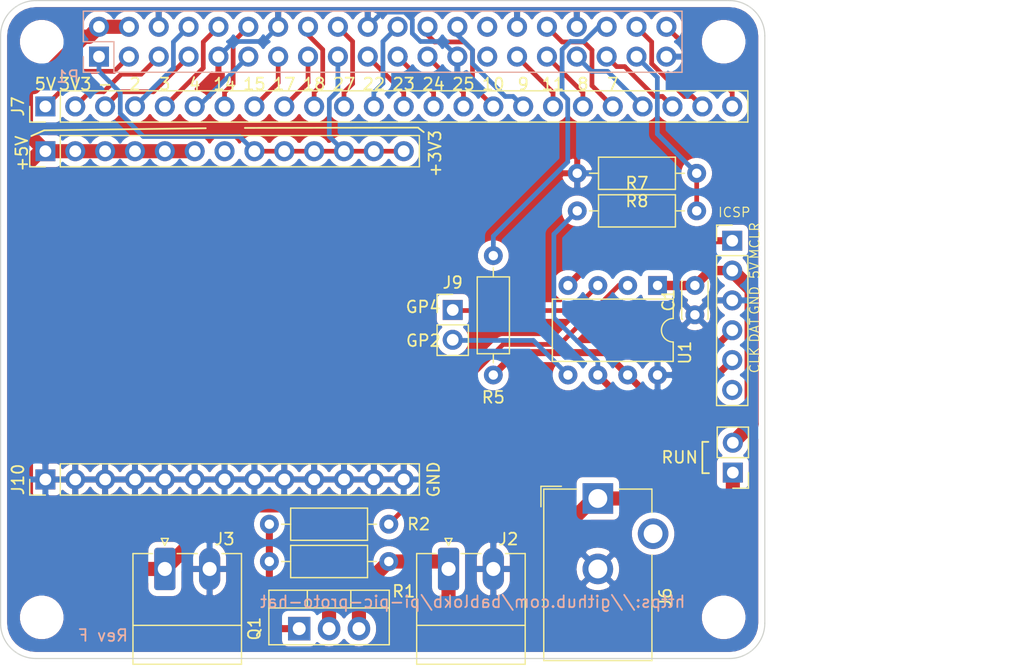
<source format=kicad_pcb>
(kicad_pcb (version 20171130) (host pcbnew 5.1.5-5.1.5)
  (title_block (title pipicproto) (date "15 nov 2012") (company "Bernhard Bablok, Lothar Hiller"))
  (layers (0 F.Cu signal) (31 B.Cu signal) (34 B.Paste user) (35 F.Paste user) (36 B.SilkS user) (37 F.SilkS user) (38 B.Mask user) (39 F.Mask user) (44 Edge.Cuts user))
  (net 0 "")
  (net 1 +3V3)
  (net 2 +5V)
  (net 3 GND)
  (net 4 /ID_SD)
  (net 5 /ID_SC)
  (net 6 /GPIO5)
  (net 7 /GPIO6)
  (net 8 /GPIO26)
  (net 9 "/GPIO2(SDA1)")
  (net 10 "/GPIO3(SCL1)")
  (net 11 "/GPIO4(GCLK)")
  (net 12 "/GPIO14(TXD0)")
  (net 13 "/GPIO15(RXD0)")
  (net 14 "/GPIO17(GEN0)")
  (net 15 "/GPIO27(GEN2)")
  (net 16 "/GPIO22(GEN3)")
  (net 17 "/GPIO23(GEN4)")
  (net 18 "/GPIO24(GEN5)")
  (net 19 "/GPIO25(GEN6)")
  (net 20 "/GPIO18(GEN1)(PWM0)")
  (net 21 "/GPIO10(SPI0_MOSI)")
  (net 22 "/GPIO9(SPI0_MISO)")
  (net 23 "/GPIO11(SPI0_SCK)")
  (net 24 "/GPIO12(PWM0)")
  (net 25 "/GPIO13(PWM1)")
  (net 26 "/GPIO19(SPI1_MISO)")
  (net 27 /GPIO16)
  (net 28 "/GPIO20(SPI1_MOSI)")
  (net 29 "/GPIO21(SPI1_SCK)")
  (net 30 +5VP)
  (net 31 "Net-(J6-Pad3)")
  (net 32 "Net-(J8-Pad6)")
  (net 33 /CLK)
  (net 34 /DAT)
  (net 35 /MCLR)
  (net 36 "Net-(Q1-Pad1)")
  (net 37 "Net-(J22-Pad7)")
  (net 38 "Net-(R2-Pad2)")
  (net 39 "/GPIO8(SPI0_CE_0)")
  (net 40 "/GPIO7(SPI0_CE_1)")
  (net 41 "Net-(J9-Pad2)")
  (net 42 "Net-(J9-Pad1)")
  (net 43 +5P)
  (module Connector_PinHeader_2.54mm:PinHeader_1x24_P2.54mm_Vertical (layer F.Cu) (at 203.81 103.01 90)
    (fp_text reference J7 (at 0 -2.33 90) (layer F.SilkS))
    (fp_text value Conn_01x24_Male)
    (fp_line (start -1.33 -1.33) (end 0 -1.33) (layer F.SilkS) (width 0.12))
    (fp_line (start -1.33 0) (end -1.33 -1.33) (layer F.SilkS) (width 0.12))
    (fp_line (start -1.33 1.27) (end 1.33 1.27) (layer F.SilkS) (width 0.12))
    (fp_line (start 1.33 1.27) (end 1.33 59.75) (layer F.SilkS) (width 0.12))
    (fp_line (start -1.33 1.27) (end -1.33 59.75) (layer F.SilkS) (width 0.12))
    (fp_line (start -1.33 59.75) (end 1.33 59.75) (layer F.SilkS) (width 0.12))
    (pad 24 thru_hole oval (at 0 58.42 90) (size 1.7 1.7) (drill 1) (layers *.Cu *.Mask) (net 29 "/GPIO21(SPI1_SCK)"))
    (pad 23 thru_hole oval (at 0 55.88 90) (size 1.7 1.7) (drill 1) (layers *.Cu *.Mask) (net 28 "/GPIO20(SPI1_MOSI)"))
    (pad 22 thru_hole oval (at 0 53.34 90) (size 1.7 1.7) (drill 1) (layers *.Cu *.Mask) (net 26 "/GPIO19(SPI1_MISO)"))
    (pad 21 thru_hole oval (at 0 50.8 90) (size 1.7 1.7) (drill 1) (layers *.Cu *.Mask) (net 25 "/GPIO13(PWM1)"))
    (pad 20 thru_hole oval (at 0 48.26 90) (size 1.7 1.7) (drill 1) (layers *.Cu *.Mask) (net 24 "/GPIO12(PWM0)"))
    (pad 19 thru_hole oval (at 0 45.72 90) (size 1.7 1.7) (drill 1) (layers *.Cu *.Mask) (net 7 /GPIO6))
    (pad 18 thru_hole oval (at 0 43.18 90) (size 1.7 1.7) (drill 1) (layers *.Cu *.Mask) (net 6 /GPIO5))
    (pad 17 thru_hole oval (at 0 40.64 90) (size 1.7 1.7) (drill 1) (layers *.Cu *.Mask) (net 40 "/GPIO7(SPI0_CE_1)"))
    (pad 16 thru_hole oval (at 0 38.1 90) (size 1.7 1.7) (drill 1) (layers *.Cu *.Mask) (net 39 "/GPIO8(SPI0_CE_0)"))
    (pad 15 thru_hole oval (at 0 35.56 90) (size 1.7 1.7) (drill 1) (layers *.Cu *.Mask) (net 23 "/GPIO11(SPI0_SCK)"))
    (pad 14 thru_hole oval (at 0 33.02 90) (size 1.7 1.7) (drill 1) (layers *.Cu *.Mask) (net 22 "/GPIO9(SPI0_MISO)"))
    (pad 13 thru_hole oval (at 0 30.48 90) (size 1.7 1.7) (drill 1) (layers *.Cu *.Mask) (net 21 "/GPIO10(SPI0_MOSI)"))
    (pad 12 thru_hole oval (at 0 27.94 90) (size 1.7 1.7) (drill 1) (layers *.Cu *.Mask) (net 19 "/GPIO25(GEN6)"))
    (pad 11 thru_hole oval (at 0 25.4 90) (size 1.7 1.7) (drill 1) (layers *.Cu *.Mask) (net 18 "/GPIO24(GEN5)"))
    (pad 10 thru_hole oval (at 0 22.86 90) (size 1.7 1.7) (drill 1) (layers *.Cu *.Mask) (net 17 "/GPIO23(GEN4)"))
    (pad 9 thru_hole oval (at 0 20.32 90) (size 1.7 1.7) (drill 1) (layers *.Cu *.Mask) (net 16 "/GPIO22(GEN3)"))
    (pad 8 thru_hole oval (at 0 17.78 90) (size 1.7 1.7) (drill 1) (layers *.Cu *.Mask) (net 15 "/GPIO27(GEN2)"))
    (pad 7 thru_hole oval (at 0 15.24 90) (size 1.7 1.7) (drill 1) (layers *.Cu *.Mask) (net 20 "/GPIO18(GEN1)(PWM0)"))
    (pad 6 thru_hole oval (at 0 12.7 90) (size 1.7 1.7) (drill 1) (layers *.Cu *.Mask) (net 14 "/GPIO17(GEN0)"))
    (pad 5 thru_hole oval (at 0 10.16 90) (size 1.7 1.7) (drill 1) (layers *.Cu *.Mask) (net 13 "/GPIO15(RXD0)"))
    (pad 4 thru_hole oval (at 0 7.62 90) (size 1.7 1.7) (drill 1) (layers *.Cu *.Mask) (net 12 "/GPIO14(TXD0)"))
    (pad 3 thru_hole oval (at 0 5.08 90) (size 1.7 1.7) (drill 1) (layers *.Cu *.Mask) (net 11 "/GPIO4(GCLK)"))
    (pad 2 thru_hole oval (at 0 2.54 90) (size 1.7 1.7) (drill 1) (layers *.Cu *.Mask) (net 10 "/GPIO3(SCL1)"))
    (pad 1 thru_hole rect (at 0 0 90) (size 1.7 1.7) (drill 1) (layers *.Cu *.Mask) (net 9 "/GPIO2(SDA1)"))
  )
  (module Resistor_THT:R_Axial_DIN0207_L6.3mm_D2.5mm_P10.16mm_Horizontal (layer F.Cu) (at 259.2074 108.6996 180)
    (fp_text reference R8 (at 5.08 -2.37) (layer F.SilkS))
    (fp_text value 12k)
    (fp_line (start 9.12 0) (end 8.35 0) (layer F.SilkS) (width 0.12))
    (fp_line (start 1.04 0) (end 1.81 0) (layer F.SilkS) (width 0.12))
    (fp_line (start 8.35 -1.37) (end 1.81 -1.37) (layer F.SilkS) (width 0.12))
    (fp_line (start 8.35 1.37) (end 8.35 -1.37) (layer F.SilkS) (width 0.12))
    (fp_line (start 1.81 1.37) (end 8.35 1.37) (layer F.SilkS) (width 0.12))
    (fp_line (start 1.81 -1.37) (end 1.81 1.37) (layer F.SilkS) (width 0.12))
    (pad 2 thru_hole oval (at 10.16 0 180) (size 1.6 1.6) (drill 0.8) (layers *.Cu *.Mask) (net 3 GND))
    (pad 1 thru_hole circle (at 0 0 180) (size 1.6 1.6) (drill 0.8) (layers *.Cu *.Mask) (net 8 /GPIO26))
  )
  (module Resistor_THT:R_Axial_DIN0207_L6.3mm_D2.5mm_P10.16mm_Horizontal (layer F.Cu) (at 249.0474 111.9)
    (fp_text reference R7 (at 5.08 -2.37) (layer F.SilkS))
    (fp_text value 6.2k)
    (fp_line (start 9.12 0) (end 8.35 0) (layer F.SilkS) (width 0.12))
    (fp_line (start 1.04 0) (end 1.81 0) (layer F.SilkS) (width 0.12))
    (fp_line (start 8.35 -1.37) (end 1.81 -1.37) (layer F.SilkS) (width 0.12))
    (fp_line (start 8.35 1.37) (end 8.35 -1.37) (layer F.SilkS) (width 0.12))
    (fp_line (start 1.81 1.37) (end 8.35 1.37) (layer F.SilkS) (width 0.12))
    (fp_line (start 1.81 -1.37) (end 1.81 1.37) (layer F.SilkS) (width 0.12))
    (pad 2 thru_hole oval (at 10.16 0) (size 1.6 1.6) (drill 0.8) (layers *.Cu *.Mask) (net 8 /GPIO26))
    (pad 1 thru_hole circle (at 0 0) (size 1.6 1.6) (drill 0.8) (layers *.Cu *.Mask) (net 33 /CLK))
  )
  (module Connector_PinHeader_2.54mm:PinHeader_1x02_P2.54mm_Vertical (layer F.Cu) (at 238.4556 120.3328)
    (fp_text reference J9 (at 0 -2.33) (layer F.SilkS))
    (fp_text value Conn_01x02_Male)
    (fp_line (start -1.33 -1.33) (end 0 -1.33) (layer F.SilkS) (width 0.12))
    (fp_line (start -1.33 0) (end -1.33 -1.33) (layer F.SilkS) (width 0.12))
    (fp_line (start -1.33 1.27) (end 1.33 1.27) (layer F.SilkS) (width 0.12))
    (fp_line (start 1.33 1.27) (end 1.33 3.87) (layer F.SilkS) (width 0.12))
    (fp_line (start -1.33 1.27) (end -1.33 3.87) (layer F.SilkS) (width 0.12))
    (fp_line (start -1.33 3.87) (end 1.33 3.87) (layer F.SilkS) (width 0.12))
    (pad 2 thru_hole oval (at 0 2.54) (size 1.7 1.7) (drill 1) (layers *.Cu *.Mask) (net 41 "Net-(J9-Pad2)"))
    (pad 1 thru_hole rect (at 0 0) (size 1.7 1.7) (drill 1) (layers *.Cu *.Mask) (net 42 "Net-(J9-Pad1)"))
  )
  (module Capacitor_THT:C_Disc_D3.0mm_W2.0mm_P2.50mm (layer F.Cu) (at 259.055 120.75 90)
    (fp_text reference C1 (at 1.25 -2.25 90) (layer F.SilkS))
    (fp_text value 100n)
    (fp_line (start 2.87 1.055) (end 2.87 1.12) (layer F.SilkS) (width 0.12))
    (fp_line (start 2.87 -1.12) (end 2.87 -1.055) (layer F.SilkS) (width 0.12))
    (fp_line (start -0.37 1.055) (end -0.37 1.12) (layer F.SilkS) (width 0.12))
    (fp_line (start -0.37 -1.12) (end -0.37 -1.055) (layer F.SilkS) (width 0.12))
    (fp_line (start -0.37 1.12) (end 2.87 1.12) (layer F.SilkS) (width 0.12))
    (fp_line (start -0.37 -1.12) (end 2.87 -1.12) (layer F.SilkS) (width 0.12))
    (pad 2 thru_hole circle (at 2.5 0 90) (size 1.6 1.6) (drill 0.8) (layers *.Cu *.Mask) (net 30 +5VP))
    (pad 1 thru_hole circle (at 0 0 90) (size 1.6 1.6) (drill 0.8) (layers *.Cu *.Mask) (net 3 GND))
  )
  (module Connector_PinSocket_2.54mm:PinSocket_2x20_P2.54mm_Vertical (layer B.Cu) (at 208.37 98.77 270)
    (fp_text reference P1 (at 1.7 2.655) (layer B.SilkS) (effects (justify mirror)))
    (fp_text value Conn_02x20_Odd_Even)
    (fp_line (start -3.87 1.33) (end -1.27 1.33) (layer B.SilkS) (width 0.12))
    (fp_line (start -3.87 1.33) (end -3.87 -49.59) (layer B.SilkS) (width 0.12))
    (fp_line (start -3.87 -49.59) (end 1.33 -49.59) (layer B.SilkS) (width 0.12))
    (fp_line (start 1.33 -1.27) (end 1.33 -49.59) (layer B.SilkS) (width 0.12))
    (fp_line (start -1.27 -1.27) (end 1.33 -1.27) (layer B.SilkS) (width 0.12))
    (fp_line (start -1.27 1.33) (end -1.27 -1.27) (layer B.SilkS) (width 0.12))
    (fp_line (start 1.33 1.33) (end 1.33 0) (layer B.SilkS) (width 0.12))
    (fp_line (start 0 1.33) (end 1.33 1.33) (layer B.SilkS) (width 0.12))
    (pad 1 thru_hole rect (at 0 0 270) (size 1.7 1.7) (drill 1) (layers *.Cu *.Mask) (net 1 +3V3))
    (pad 2 thru_hole oval (at -2.54 0 270) (size 1.7 1.7) (drill 1) (layers *.Cu *.Mask) (net 2 +5V))
    (pad 3 thru_hole oval (at 0 -2.54 270) (size 1.7 1.7) (drill 1) (layers *.Cu *.Mask) (net 9 "/GPIO2(SDA1)"))
    (pad 4 thru_hole oval (at -2.54 -2.54 270) (size 1.7 1.7) (drill 1) (layers *.Cu *.Mask) (net 2 +5V))
    (pad 5 thru_hole oval (at 0 -5.08 270) (size 1.7 1.7) (drill 1) (layers *.Cu *.Mask) (net 10 "/GPIO3(SCL1)"))
    (pad 6 thru_hole oval (at -2.54 -5.08 270) (size 1.7 1.7) (drill 1) (layers *.Cu *.Mask) (net 3 GND))
    (pad 7 thru_hole oval (at 0 -7.62 270) (size 1.7 1.7) (drill 1) (layers *.Cu *.Mask) (net 11 "/GPIO4(GCLK)"))
    (pad 8 thru_hole oval (at -2.54 -7.62 270) (size 1.7 1.7) (drill 1) (layers *.Cu *.Mask) (net 12 "/GPIO14(TXD0)"))
    (pad 9 thru_hole oval (at 0 -10.16 270) (size 1.7 1.7) (drill 1) (layers *.Cu *.Mask) (net 3 GND))
    (pad 10 thru_hole oval (at -2.54 -10.16 270) (size 1.7 1.7) (drill 1) (layers *.Cu *.Mask) (net 13 "/GPIO15(RXD0)"))
    (pad 11 thru_hole oval (at 0 -12.7 270) (size 1.7 1.7) (drill 1) (layers *.Cu *.Mask) (net 14 "/GPIO17(GEN0)"))
    (pad 12 thru_hole oval (at -2.54 -12.7 270) (size 1.7 1.7) (drill 1) (layers *.Cu *.Mask) (net 20 "/GPIO18(GEN1)(PWM0)"))
    (pad 13 thru_hole oval (at 0 -15.24 270) (size 1.7 1.7) (drill 1) (layers *.Cu *.Mask) (net 15 "/GPIO27(GEN2)"))
    (pad 14 thru_hole oval (at -2.54 -15.24 270) (size 1.7 1.7) (drill 1) (layers *.Cu *.Mask) (net 3 GND))
    (pad 15 thru_hole oval (at 0 -17.78 270) (size 1.7 1.7) (drill 1) (layers *.Cu *.Mask) (net 16 "/GPIO22(GEN3)"))
    (pad 16 thru_hole oval (at -2.54 -17.78 270) (size 1.7 1.7) (drill 1) (layers *.Cu *.Mask) (net 17 "/GPIO23(GEN4)"))
    (pad 17 thru_hole oval (at 0 -20.32 270) (size 1.7 1.7) (drill 1) (layers *.Cu *.Mask) (net 1 +3V3))
    (pad 18 thru_hole oval (at -2.54 -20.32 270) (size 1.7 1.7) (drill 1) (layers *.Cu *.Mask) (net 18 "/GPIO24(GEN5)"))
    (pad 19 thru_hole oval (at 0 -22.86 270) (size 1.7 1.7) (drill 1) (layers *.Cu *.Mask) (net 21 "/GPIO10(SPI0_MOSI)"))
    (pad 20 thru_hole oval (at -2.54 -22.86 270) (size 1.7 1.7) (drill 1) (layers *.Cu *.Mask) (net 3 GND))
    (pad 21 thru_hole oval (at 0 -25.4 270) (size 1.7 1.7) (drill 1) (layers *.Cu *.Mask) (net 22 "/GPIO9(SPI0_MISO)"))
    (pad 22 thru_hole oval (at -2.54 -25.4 270) (size 1.7 1.7) (drill 1) (layers *.Cu *.Mask) (net 19 "/GPIO25(GEN6)"))
    (pad 23 thru_hole oval (at 0 -27.94 270) (size 1.7 1.7) (drill 1) (layers *.Cu *.Mask) (net 23 "/GPIO11(SPI0_SCK)"))
    (pad 24 thru_hole oval (at -2.54 -27.94 270) (size 1.7 1.7) (drill 1) (layers *.Cu *.Mask) (net 39 "/GPIO8(SPI0_CE_0)"))
    (pad 25 thru_hole oval (at 0 -30.48 270) (size 1.7 1.7) (drill 1) (layers *.Cu *.Mask) (net 3 GND))
    (pad 26 thru_hole oval (at -2.54 -30.48 270) (size 1.7 1.7) (drill 1) (layers *.Cu *.Mask) (net 40 "/GPIO7(SPI0_CE_1)"))
    (pad 27 thru_hole oval (at 0 -33.02 270) (size 1.7 1.7) (drill 1) (layers *.Cu *.Mask) (net 4 /ID_SD))
    (pad 28 thru_hole oval (at -2.54 -33.02 270) (size 1.7 1.7) (drill 1) (layers *.Cu *.Mask) (net 5 /ID_SC))
    (pad 29 thru_hole oval (at 0 -35.56 270) (size 1.7 1.7) (drill 1) (layers *.Cu *.Mask) (net 6 /GPIO5))
    (pad 30 thru_hole oval (at -2.54 -35.56 270) (size 1.7 1.7) (drill 1) (layers *.Cu *.Mask) (net 3 GND))
    (pad 31 thru_hole oval (at 0 -38.1 270) (size 1.7 1.7) (drill 1) (layers *.Cu *.Mask) (net 7 /GPIO6))
    (pad 32 thru_hole oval (at -2.54 -38.1 270) (size 1.7 1.7) (drill 1) (layers *.Cu *.Mask) (net 24 "/GPIO12(PWM0)"))
    (pad 33 thru_hole oval (at 0 -40.64 270) (size 1.7 1.7) (drill 1) (layers *.Cu *.Mask) (net 25 "/GPIO13(PWM1)"))
    (pad 34 thru_hole oval (at -2.54 -40.64 270) (size 1.7 1.7) (drill 1) (layers *.Cu *.Mask) (net 3 GND))
    (pad 35 thru_hole oval (at 0 -43.18 270) (size 1.7 1.7) (drill 1) (layers *.Cu *.Mask) (net 26 "/GPIO19(SPI1_MISO)"))
    (pad 36 thru_hole oval (at -2.54 -43.18 270) (size 1.7 1.7) (drill 1) (layers *.Cu *.Mask) (net 27 /GPIO16))
    (pad 37 thru_hole oval (at 0 -45.72 270) (size 1.7 1.7) (drill 1) (layers *.Cu *.Mask) (net 8 /GPIO26))
    (pad 38 thru_hole oval (at -2.54 -45.72 270) (size 1.7 1.7) (drill 1) (layers *.Cu *.Mask) (net 28 "/GPIO20(SPI1_MOSI)"))
    (pad 39 thru_hole oval (at 0 -48.26 270) (size 1.7 1.7) (drill 1) (layers *.Cu *.Mask) (net 3 GND))
    (pad 40 thru_hole oval (at -2.54 -48.26 270) (size 1.7 1.7) (drill 1) (layers *.Cu *.Mask) (net 29 "/GPIO21(SPI1_SCK)"))
  )
  (module MountingHole:MountingHole_2.7mm_M2.5 (layer F.Cu) (at 261.5 146.5)
    (fp_text reference MK4 hide)
    (fp_text value M2.5)
    (pad 1 np_thru_hole circle (at 0 0) (size 2.7 2.7) (drill 2.7) (layers *.Cu *.Mask))
  )
  (module MountingHole:MountingHole_2.7mm_M2.5 (layer F.Cu) (at 203.5 146.5)
    (fp_text reference MK2 hide)
    (fp_text value M2.5)
    (pad 1 np_thru_hole circle (at 0 0) (size 2.7 2.7) (drill 2.7) (layers *.Cu *.Mask))
  )
  (module MountingHole:MountingHole_2.7mm_M2.5 (layer F.Cu) (at 261.5 97.5 180)
    (fp_text reference MK3 hide)
    (fp_text value M2.5)
    (pad 1 np_thru_hole circle (at 0 0 180) (size 2.7 2.7) (drill 2.7) (layers *.Cu *.Mask))
  )
  (module MountingHole:MountingHole_2.7mm_M2.5 (layer F.Cu) (at 203.5 97.5 180)
    (fp_text reference MK1 hide)
    (fp_text value M2.5)
    (pad 1 np_thru_hole circle (at 0 0 180) (size 2.7 2.7) (drill 2.7) (layers *.Cu *.Mask))
  )
  (module Connector_PinHeader_2.54mm:PinHeader_1x02_P2.54mm_Vertical (layer F.Cu) (at 262.2808 134.1758 180)
    (fp_text reference J1 hide)
    (fp_text value RUN/~PGM~)
    (fp_line (start -1.33 3.87) (end 1.33 3.87) (layer F.SilkS) (width 0.12))
    (fp_line (start -1.33 1.27) (end -1.33 3.87) (layer F.SilkS) (width 0.12))
    (fp_line (start 1.33 1.27) (end 1.33 3.87) (layer F.SilkS) (width 0.12))
    (fp_line (start -1.33 1.27) (end 1.33 1.27) (layer F.SilkS) (width 0.12))
    (fp_line (start -1.33 0) (end -1.33 -1.33) (layer F.SilkS) (width 0.12))
    (fp_line (start -1.33 -1.33) (end 0 -1.33) (layer F.SilkS) (width 0.12))
    (pad 1 thru_hole rect (at 0 0 180) (size 1.7 1.7) (drill 1) (layers *.Cu *.Mask) (net 43 +5P))
    (pad 2 thru_hole oval (at 0 2.54 180) (size 1.7 1.7) (drill 1) (layers *.Cu *.Mask) (net 30 +5VP))
  )
  (module Connector_Phoenix_MC:PhoenixContact_MC_1,5_2-G-3.81_1x02_P3.81mm_Horizontal (layer F.Cu) (at 238.1 142.38)
    (fp_text reference J2 (at 5.08 -2.54) (layer F.SilkS))
    (fp_text value Conn_01x02_Male)
    (fp_line (start -0.3 -2.6) (end 0.3 -2.6) (layer F.SilkS) (width 0.12))
    (fp_line (start 0 -2) (end -0.3 -2.6) (layer F.SilkS) (width 0.12))
    (fp_line (start 0.3 -2.6) (end 0 -2) (layer F.SilkS) (width 0.12))
    (fp_line (start -2.71 4.8) (end 6.52 4.8) (layer F.SilkS) (width 0.12))
    (fp_line (start 1.05 -1.31) (end 2.76 -1.31) (layer F.SilkS) (width 0.12))
    (fp_line (start 6.52 -1.31) (end 4.86 -1.31) (layer F.SilkS) (width 0.12))
    (fp_line (start -2.71 -1.31) (end -1.05 -1.31) (layer F.SilkS) (width 0.12))
    (fp_line (start 6.52 8.11) (end 6.52 -1.31) (layer F.SilkS) (width 0.12))
    (fp_line (start -2.71 8.11) (end 6.52 8.11) (layer F.SilkS) (width 0.12))
    (fp_line (start -2.71 -1.31) (end -2.71 8.11) (layer F.SilkS) (width 0.12))
    (pad 2 thru_hole oval (at 3.81 0) (size 1.8 3.6) (drill 1.2) (layers *.Cu *.Mask) (net 3 GND))
    (pad 1 thru_hole roundrect (at 0 0) (size 1.8 3.6) (drill 1.2) (layers *.Cu *.Mask) (roundrect_rratio 0.138889) (net 43 +5P))
  )
  (module Connector_Phoenix_MC:PhoenixContact_MC_1,5_2-G-3.81_1x02_P3.81mm_Horizontal (layer F.Cu) (at 213.97 142.38)
    (fp_text reference J3 (at 5.08 -2.54) (layer F.SilkS))
    (fp_text value Conn_01x02_Male)
    (fp_line (start -2.71 -1.31) (end -2.71 8.11) (layer F.SilkS) (width 0.12))
    (fp_line (start -2.71 8.11) (end 6.52 8.11) (layer F.SilkS) (width 0.12))
    (fp_line (start 6.52 8.11) (end 6.52 -1.31) (layer F.SilkS) (width 0.12))
    (fp_line (start -2.71 -1.31) (end -1.05 -1.31) (layer F.SilkS) (width 0.12))
    (fp_line (start 6.52 -1.31) (end 4.86 -1.31) (layer F.SilkS) (width 0.12))
    (fp_line (start 1.05 -1.31) (end 2.76 -1.31) (layer F.SilkS) (width 0.12))
    (fp_line (start -2.71 4.8) (end 6.52 4.8) (layer F.SilkS) (width 0.12))
    (fp_line (start 0.3 -2.6) (end 0 -2) (layer F.SilkS) (width 0.12))
    (fp_line (start 0 -2) (end -0.3 -2.6) (layer F.SilkS) (width 0.12))
    (fp_line (start -0.3 -2.6) (end 0.3 -2.6) (layer F.SilkS) (width 0.12))
    (pad 1 thru_hole roundrect (at 0 0) (size 1.8 3.6) (drill 1.2) (layers *.Cu *.Mask) (roundrect_rratio 0.138889) (net 2 +5V))
    (pad 2 thru_hole oval (at 3.81 0) (size 1.8 3.6) (drill 1.2) (layers *.Cu *.Mask) (net 3 GND))
  )
  (module Connector_BarrelJack:BarrelJack_CUI_PJ-102AH_Horizontal (layer F.Cu) (at 250.8 136.38)
    (fp_text reference J6 (at 5.75 8.45 90) (layer F.SilkS))
    (fp_text value Barrel_Jack_Switch)
    (fp_line (start 4.6 4.8) (end 4.6 13.8) (layer F.SilkS) (width 0.12))
    (fp_line (start 4.6 13.8) (end -4.6 13.8) (layer F.SilkS) (width 0.12))
    (fp_line (start -4.6 13.8) (end -4.6 -0.8) (layer F.SilkS) (width 0.12))
    (fp_line (start -4.6 -0.8) (end -1.8 -0.8) (layer F.SilkS) (width 0.12))
    (fp_line (start 1.8 -0.8) (end 4.6 -0.8) (layer F.SilkS) (width 0.12))
    (fp_line (start 4.6 -0.8) (end 4.6 1.2) (layer F.SilkS) (width 0.12))
    (fp_line (start -4.84 0.7) (end -4.84 -1.04) (layer F.SilkS) (width 0.12))
    (fp_line (start -4.84 -1.04) (end -3.1 -1.04) (layer F.SilkS) (width 0.12))
    (pad 1 thru_hole rect (at 0 0) (size 2.6 2.6) (drill 1.6) (layers *.Cu *.Mask) (net 43 +5P))
    (pad 2 thru_hole circle (at 0 6) (size 2.6 2.6) (drill 1.6) (layers *.Cu *.Mask) (net 3 GND))
    (pad 3 thru_hole circle (at 4.7 3) (size 2.6 2.6) (drill 1.6) (layers *.Cu *.Mask) (net 31 "Net-(J6-Pad3)"))
  )
  (module Connector_PinHeader_2.54mm:PinHeader_1x06_P2.54mm_Vertical (layer F.Cu) (at 262.23 114.44)
    (fp_text reference J8 hide)
    (fp_text value Conn_01x06_Male)
    (fp_line (start -1.33 -1.33) (end 0 -1.33) (layer F.SilkS) (width 0.12))
    (fp_line (start -1.33 0) (end -1.33 -1.33) (layer F.SilkS) (width 0.12))
    (fp_line (start -1.33 1.27) (end 1.33 1.27) (layer F.SilkS) (width 0.12))
    (fp_line (start 1.33 1.27) (end 1.33 14.03) (layer F.SilkS) (width 0.12))
    (fp_line (start -1.33 1.27) (end -1.33 14.03) (layer F.SilkS) (width 0.12))
    (fp_line (start -1.33 14.03) (end 1.33 14.03) (layer F.SilkS) (width 0.12))
    (pad 6 thru_hole oval (at 0 12.7) (size 1.7 1.7) (drill 1) (layers *.Cu *.Mask) (net 32 "Net-(J8-Pad6)"))
    (pad 5 thru_hole oval (at 0 10.16) (size 1.7 1.7) (drill 1) (layers *.Cu *.Mask) (net 33 /CLK))
    (pad 4 thru_hole oval (at 0 7.62) (size 1.7 1.7) (drill 1) (layers *.Cu *.Mask) (net 34 /DAT))
    (pad 3 thru_hole oval (at 0 5.08) (size 1.7 1.7) (drill 1) (layers *.Cu *.Mask) (net 3 GND))
    (pad 2 thru_hole oval (at 0 2.54) (size 1.7 1.7) (drill 1) (layers *.Cu *.Mask) (net 30 +5VP))
    (pad 1 thru_hole rect (at 0 0) (size 1.7 1.7) (drill 1) (layers *.Cu *.Mask) (net 35 /MCLR))
  )
  (module Connector_PinHeader_2.54mm:PinHeader_1x13_P2.54mm_Vertical (layer F.Cu) (at 203.81 134.76 90)
    (fp_text reference J10 (at 0 -2.33 90) (layer F.SilkS))
    (fp_text value Conn_01x13_Male)
    (fp_line (start -1.33 31.81) (end 1.33 31.81) (layer F.SilkS) (width 0.12))
    (fp_line (start -1.33 1.27) (end -1.33 31.81) (layer F.SilkS) (width 0.12))
    (fp_line (start 1.33 1.27) (end 1.33 31.81) (layer F.SilkS) (width 0.12))
    (fp_line (start -1.33 1.27) (end 1.33 1.27) (layer F.SilkS) (width 0.12))
    (fp_line (start -1.33 0) (end -1.33 -1.33) (layer F.SilkS) (width 0.12))
    (fp_line (start -1.33 -1.33) (end 0 -1.33) (layer F.SilkS) (width 0.12))
    (pad 1 thru_hole rect (at 0 0 90) (size 1.7 1.7) (drill 1) (layers *.Cu *.Mask) (net 3 GND))
    (pad 2 thru_hole oval (at 0 2.54 90) (size 1.7 1.7) (drill 1) (layers *.Cu *.Mask) (net 3 GND))
    (pad 3 thru_hole oval (at 0 5.08 90) (size 1.7 1.7) (drill 1) (layers *.Cu *.Mask) (net 3 GND))
    (pad 4 thru_hole oval (at 0 7.62 90) (size 1.7 1.7) (drill 1) (layers *.Cu *.Mask) (net 3 GND))
    (pad 5 thru_hole oval (at 0 10.16 90) (size 1.7 1.7) (drill 1) (layers *.Cu *.Mask) (net 3 GND))
    (pad 6 thru_hole oval (at 0 12.7 90) (size 1.7 1.7) (drill 1) (layers *.Cu *.Mask) (net 3 GND))
    (pad 7 thru_hole oval (at 0 15.24 90) (size 1.7 1.7) (drill 1) (layers *.Cu *.Mask) (net 3 GND))
    (pad 8 thru_hole oval (at 0 17.78 90) (size 1.7 1.7) (drill 1) (layers *.Cu *.Mask) (net 3 GND))
    (pad 9 thru_hole oval (at 0 20.32 90) (size 1.7 1.7) (drill 1) (layers *.Cu *.Mask) (net 3 GND))
    (pad 10 thru_hole oval (at 0 22.86 90) (size 1.7 1.7) (drill 1) (layers *.Cu *.Mask) (net 3 GND))
    (pad 11 thru_hole oval (at 0 25.4 90) (size 1.7 1.7) (drill 1) (layers *.Cu *.Mask) (net 3 GND))
    (pad 12 thru_hole oval (at 0 27.94 90) (size 1.7 1.7) (drill 1) (layers *.Cu *.Mask) (net 3 GND))
    (pad 13 thru_hole oval (at 0 30.48 90) (size 1.7 1.7) (drill 1) (layers *.Cu *.Mask) (net 3 GND))
  )
  (module Connector_PinHeader_2.54mm:PinHeader_1x13_P2.54mm_Vertical (layer F.Cu) (at 203.81 106.82 90)
    (fp_text reference J22 hide)
    (fp_text value Conn_01x13_Male)
    (fp_line (start -1.33 -1.33) (end 0 -1.33) (layer F.SilkS) (width 0.12))
    (fp_line (start -1.33 0) (end -1.33 -1.33) (layer F.SilkS) (width 0.12))
    (fp_line (start -1.33 1.27) (end 1.33 1.27) (layer F.SilkS) (width 0.12))
    (fp_line (start 1.33 1.27) (end 1.33 31.81) (layer F.SilkS) (width 0.12))
    (fp_line (start -1.33 1.27) (end -1.33 31.81) (layer F.SilkS) (width 0.12))
    (fp_line (start -1.33 31.81) (end 1.33 31.81) (layer F.SilkS) (width 0.12))
    (pad 13 thru_hole oval (at 0 30.48 90) (size 1.7 1.7) (drill 1) (layers *.Cu *.Mask) (net 1 +3V3))
    (pad 12 thru_hole oval (at 0 27.94 90) (size 1.7 1.7) (drill 1) (layers *.Cu *.Mask) (net 1 +3V3))
    (pad 11 thru_hole oval (at 0 25.4 90) (size 1.7 1.7) (drill 1) (layers *.Cu *.Mask) (net 1 +3V3))
    (pad 10 thru_hole oval (at 0 22.86 90) (size 1.7 1.7) (drill 1) (layers *.Cu *.Mask) (net 1 +3V3))
    (pad 9 thru_hole oval (at 0 20.32 90) (size 1.7 1.7) (drill 1) (layers *.Cu *.Mask) (net 1 +3V3))
    (pad 8 thru_hole oval (at 0 17.78 90) (size 1.7 1.7) (drill 1) (layers *.Cu *.Mask) (net 1 +3V3))
    (pad 7 thru_hole oval (at 0 15.24 90) (size 1.7 1.7) (drill 1) (layers *.Cu *.Mask) (net 37 "Net-(J22-Pad7)"))
    (pad 6 thru_hole oval (at 0 12.7 90) (size 1.7 1.7) (drill 1) (layers *.Cu *.Mask) (net 2 +5V))
    (pad 5 thru_hole oval (at 0 10.16 90) (size 1.7 1.7) (drill 1) (layers *.Cu *.Mask) (net 2 +5V))
    (pad 4 thru_hole oval (at 0 7.62 90) (size 1.7 1.7) (drill 1) (layers *.Cu *.Mask) (net 2 +5V))
    (pad 3 thru_hole oval (at 0 5.08 90) (size 1.7 1.7) (drill 1) (layers *.Cu *.Mask) (net 2 +5V))
    (pad 2 thru_hole oval (at 0 2.54 90) (size 1.7 1.7) (drill 1) (layers *.Cu *.Mask) (net 2 +5V))
    (pad 1 thru_hole rect (at 0 0 90) (size 1.7 1.7) (drill 1) (layers *.Cu *.Mask) (net 2 +5V))
  )
  (module Package_TO_SOT_THT:TO-220-3_Vertical (layer F.Cu) (at 225.4 147.46)
    (fp_text reference Q1 (at -3.81 0 90) (layer F.SilkS))
    (fp_text value IRF4905)
    (fp_line (start -2.58 -3.27) (end 7.66 -3.27) (layer F.SilkS) (width 0.12))
    (fp_line (start -2.58 1.371) (end 7.66 1.371) (layer F.SilkS) (width 0.12))
    (fp_line (start -2.58 -3.27) (end -2.58 1.371) (layer F.SilkS) (width 0.12))
    (fp_line (start 7.66 -3.27) (end 7.66 1.371) (layer F.SilkS) (width 0.12))
    (fp_line (start -2.58 -1.76) (end 7.66 -1.76) (layer F.SilkS) (width 0.12))
    (fp_line (start 0.69 -3.27) (end 0.69 -1.76) (layer F.SilkS) (width 0.12))
    (fp_line (start 4.391 -3.27) (end 4.391 -1.76) (layer F.SilkS) (width 0.12))
    (pad 1 thru_hole rect (at 0 0) (size 1.905 2) (drill 1.1) (layers *.Cu *.Mask) (net 36 "Net-(Q1-Pad1)"))
    (pad 2 thru_hole oval (at 2.54 0) (size 1.905 2) (drill 1.1) (layers *.Cu *.Mask) (net 2 +5V))
    (pad 3 thru_hole oval (at 5.08 0) (size 1.905 2) (drill 1.1) (layers *.Cu *.Mask) (net 43 +5P))
  )
  (module Resistor_THT:R_Axial_DIN0207_L6.3mm_D2.5mm_P10.16mm_Horizontal (layer F.Cu) (at 233.02 141.745 180)
    (fp_text reference R1 (at -1.27 -2.54) (layer F.SilkS))
    (fp_text value 10k)
    (fp_line (start 1.81 -1.37) (end 1.81 1.37) (layer F.SilkS) (width 0.12))
    (fp_line (start 1.81 1.37) (end 8.35 1.37) (layer F.SilkS) (width 0.12))
    (fp_line (start 8.35 1.37) (end 8.35 -1.37) (layer F.SilkS) (width 0.12))
    (fp_line (start 8.35 -1.37) (end 1.81 -1.37) (layer F.SilkS) (width 0.12))
    (fp_line (start 1.04 0) (end 1.81 0) (layer F.SilkS) (width 0.12))
    (fp_line (start 9.12 0) (end 8.35 0) (layer F.SilkS) (width 0.12))
    (pad 1 thru_hole circle (at 0 0 180) (size 1.6 1.6) (drill 0.8) (layers *.Cu *.Mask) (net 43 +5P))
    (pad 2 thru_hole oval (at 10.16 0 180) (size 1.6 1.6) (drill 0.8) (layers *.Cu *.Mask) (net 36 "Net-(Q1-Pad1)"))
  )
  (module Resistor_THT:R_Axial_DIN0207_L6.3mm_D2.5mm_P10.16mm_Horizontal (layer F.Cu) (at 222.86 138.57)
    (fp_text reference R2 (at 12.7 0) (layer F.SilkS))
    (fp_text value 1k)
    (fp_line (start 9.12 0) (end 8.35 0) (layer F.SilkS) (width 0.12))
    (fp_line (start 1.04 0) (end 1.81 0) (layer F.SilkS) (width 0.12))
    (fp_line (start 8.35 -1.37) (end 1.81 -1.37) (layer F.SilkS) (width 0.12))
    (fp_line (start 8.35 1.37) (end 8.35 -1.37) (layer F.SilkS) (width 0.12))
    (fp_line (start 1.81 1.37) (end 8.35 1.37) (layer F.SilkS) (width 0.12))
    (fp_line (start 1.81 -1.37) (end 1.81 1.37) (layer F.SilkS) (width 0.12))
    (pad 2 thru_hole oval (at 10.16 0) (size 1.6 1.6) (drill 0.8) (layers *.Cu *.Mask) (net 38 "Net-(R2-Pad2)"))
    (pad 1 thru_hole circle (at 0 0) (size 1.6 1.6) (drill 0.8) (layers *.Cu *.Mask) (net 36 "Net-(Q1-Pad1)"))
  )
  (module Resistor_THT:R_Axial_DIN0207_L6.3mm_D2.5mm_P10.16mm_Horizontal (layer F.Cu) (at 241.91 125.87 90)
    (fp_text reference R5 (at -1.905 0 180) (layer F.SilkS))
    (fp_text value 1k)
    (fp_line (start 9.12 0) (end 8.35 0) (layer F.SilkS) (width 0.12))
    (fp_line (start 1.04 0) (end 1.81 0) (layer F.SilkS) (width 0.12))
    (fp_line (start 8.35 -1.37) (end 1.81 -1.37) (layer F.SilkS) (width 0.12))
    (fp_line (start 8.35 1.37) (end 8.35 -1.37) (layer F.SilkS) (width 0.12))
    (fp_line (start 1.81 1.37) (end 8.35 1.37) (layer F.SilkS) (width 0.12))
    (fp_line (start 1.81 -1.37) (end 1.81 1.37) (layer F.SilkS) (width 0.12))
    (pad 2 thru_hole oval (at 10.16 0 90) (size 1.6 1.6) (drill 0.8) (layers *.Cu *.Mask) (net 27 /GPIO16))
    (pad 1 thru_hole circle (at 0 0 90) (size 1.6 1.6) (drill 0.8) (layers *.Cu *.Mask) (net 34 /DAT))
  )
  (module Package_DIP:DIP-8_W7.62mm (layer F.Cu) (at 255.88 118.25 270)
    (fp_text reference U1 (at 5.715 -2.33 90) (layer F.SilkS))
    (fp_text value PIC12F675-IP)
    (fp_arc (start 3.81 -1.33) (end 2.81 -1.33) (angle -180) (layer F.SilkS) (width 0.12))
    (fp_line (start 2.81 -1.33) (end 1.16 -1.33) (layer F.SilkS) (width 0.12))
    (fp_line (start 1.16 -1.33) (end 1.16 8.95) (layer F.SilkS) (width 0.12))
    (fp_line (start 1.16 8.95) (end 6.46 8.95) (layer F.SilkS) (width 0.12))
    (fp_line (start 6.46 8.95) (end 6.46 -1.33) (layer F.SilkS) (width 0.12))
    (fp_line (start 6.46 -1.33) (end 4.81 -1.33) (layer F.SilkS) (width 0.12))
    (pad 1 thru_hole rect (at 0 0 270) (size 1.6 1.6) (drill 0.8) (layers *.Cu *.Mask) (net 30 +5VP))
    (pad 5 thru_hole oval (at 7.62 7.62 270) (size 1.6 1.6) (drill 0.8) (layers *.Cu *.Mask) (net 41 "Net-(J9-Pad2)"))
    (pad 2 thru_hole oval (at 0 2.54 270) (size 1.6 1.6) (drill 0.8) (layers *.Cu *.Mask) (net 38 "Net-(R2-Pad2)"))
    (pad 6 thru_hole oval (at 7.62 5.08 270) (size 1.6 1.6) (drill 0.8) (layers *.Cu *.Mask) (net 33 /CLK))
    (pad 3 thru_hole oval (at 0 5.08 270) (size 1.6 1.6) (drill 0.8) (layers *.Cu *.Mask) (net 42 "Net-(J9-Pad1)"))
    (pad 7 thru_hole oval (at 7.62 2.54 270) (size 1.6 1.6) (drill 0.8) (layers *.Cu *.Mask) (net 34 /DAT))
    (pad 4 thru_hole oval (at 0 7.62 270) (size 1.6 1.6) (drill 0.8) (layers *.Cu *.Mask) (net 35 /MCLR))
    (pad 8 thru_hole oval (at 7.62 0 270) (size 1.6 1.6) (drill 0.8) (layers *.Cu *.Mask) (net 3 GND))
  )
  (gr_line (start 259.69 134.2266) (end 260.2488 134.2266) (layer F.SilkS) (width 0.15))
  (gr_line (start 259.69 131.5596) (end 259.69 134.2266) (layer F.SilkS) (width 0.15))
  (gr_line (start 260.198 131.5596) (end 259.69 131.5596) (layer F.SilkS) (width 0.15))
  (gr_text RUN (at 257.7596 132.8804) (layer F.SilkS) (effects (font (size 1 1))))
  (gr_line (start 203.7084 105.042) (end 217.4498 104.8642) (layer F.SilkS) (width 0.15))
  (gr_line (start 235.5346 104.8134) (end 220.7772 104.8388) (layer F.SilkS) (width 0.15))
  (gr_line (start 203.7084 105.042) (end 202.6162 105.5246) (layer F.SilkS) (width 0.15))
  (gr_line (start 235.56 104.8642) (end 235.9918 105.1944) (layer F.SilkS) (width 0.15))
  (gr_text +5V (at 201.8034 107.0232 90) (layer F.SilkS) (effects (font (size 1 1))))
  (gr_text "Rev F" (at 208.7122 148.0442) (layer B.SilkS) (effects (font (size 1 1)) (justify mirror)))
  (gr_text https://github.com/bablokb/pi-pic-proto-hat (at 240.1574 145.174) (layer B.SilkS) (effects (font (size 1 1)) (justify mirror)))
  (gr_text ICSP (at 262.4078 112.027) (layer F.SilkS) (effects (font (size 0.8 0.8) (thickness 0.1))))
  (gr_text CLK (at 264.135 124.6 90) (layer F.SilkS) (effects (font (size 0.8 0.8) (thickness 0.1))))
  (gr_text DAT (at 264.135 122.06 90) (layer F.SilkS) (effects (font (size 0.8 0.8) (thickness 0.1))))
  (gr_text GND (at 264.135 119.52 90) (layer F.SilkS) (effects (font (size 0.8 0.8) (thickness 0.1))))
  (gr_text 5V (at 264.135 116.98 90) (layer F.SilkS) (effects (font (size 0.8 0.8) (thickness 0.1))))
  (gr_text MCLR (at 264.135 114.44 90) (layer F.SilkS) (effects (font (size 0.8 0.8) (thickness 0.1))))
  (gr_text +3V3 (at 236.957 107.0232 90) (layer F.SilkS) (effects (font (size 1 1))))
  (gr_text GND (at 236.83 134.76 90) (layer F.SilkS) (effects (font (size 1 1))))
  (gr_text GP4 (at 235.941 120.0788) (layer F.SilkS) (effects (font (size 1 1))))
  (gr_text GP2 (at 235.9664 122.949) (layer F.SilkS) (effects (font (size 1 1))))
  (gr_text 7 (at 252.07 101.105) (layer F.SilkS) (effects (font (size 1 1))))
  (gr_text 8 (at 249.53 101.105) (layer F.SilkS) (effects (font (size 1 1))))
  (gr_text 11 (at 246.99 101.105) (layer F.SilkS) (effects (font (size 1 1))))
  (gr_text 9 (at 244.45 101.105) (layer F.SilkS) (effects (font (size 1 1))))
  (gr_text 10 (at 241.91 101.105) (layer F.SilkS) (effects (font (size 1 1))))
  (gr_text 25 (at 239.37 101.105) (layer F.SilkS) (effects (font (size 1 1))))
  (gr_text 24 (at 236.83 101.105) (layer F.SilkS) (effects (font (size 1 1))))
  (gr_text 23 (at 234.29 101.105) (layer F.SilkS) (effects (font (size 1 1))))
  (gr_text 22 (at 231.75 101.105) (layer F.SilkS) (effects (font (size 1 1))))
  (gr_text 27 (at 229.21 101.105) (layer F.SilkS) (effects (font (size 1 1))))
  (gr_text 18 (at 226.67 101.105) (layer F.SilkS) (effects (font (size 1 1))))
  (gr_text 17 (at 224.13 101.105) (layer F.SilkS) (effects (font (size 1 1))))
  (gr_text 15 (at 221.59 101.105) (layer F.SilkS) (effects (font (size 1 1))))
  (gr_text 14 (at 219.05 101.105) (layer F.SilkS) (effects (font (size 1 1))))
  (gr_text 4 (at 216.51 101.105) (layer F.SilkS) (effects (font (size 1 1))))
  (gr_text 3 (at 213.97 101.105) (layer F.SilkS) (effects (font (size 1 1))))
  (gr_text 2 (at 211.43 101.105) (layer F.SilkS) (effects (font (size 1 1))))
  (gr_text - (at 208.89 101.105) (layer F.SilkS) (effects (font (size 1 1))))
  (gr_text 3V3 (at 206.35 101.105) (layer F.SilkS) (effects (font (size 1 1))))
  (gr_text 5V (at 203.81 101.105) (layer F.SilkS) (effects (font (size 1 1))))
  (gr_line (start 200 113.17) (end 200 131) (layer Edge.Cuts) (width 0.1))
  (gr_line (start 200 113.17) (end 200 97) (layer Edge.Cuts) (width 0.1))
  (gr_arc (start 262 97) (end 262 94) (angle 90) (layer Edge.Cuts) (width 0.1))
  (gr_arc (start 262 147) (end 265 147) (angle 90) (layer Edge.Cuts) (width 0.1))
  (gr_arc (start 203 147) (end 203 150) (angle 90) (layer Edge.Cuts) (width 0.1))
  (gr_arc (start 203 97) (end 200 97) (angle 90) (layer Edge.Cuts) (width 0.1))
  (gr_line (start 262 94) (end 203 94) (layer Edge.Cuts) (width 0.1))
  (gr_line (start 265 147) (end 265 97) (layer Edge.Cuts) (width 0.1))
  (gr_line (start 203 150) (end 262 150) (layer Edge.Cuts) (width 0.1))
  (gr_line (start 200 131) (end 200 147) (layer Edge.Cuts) (width 0.1))
  (segment (start 220.339999 105.569999) (end 221.59 106.82) (width 0.4) (layer B.Cu) (net 1))
  (segment (start 212.139997 105.569999) (end 220.339999 105.569999) (width 0.4) (layer B.Cu) (net 1))
  (segment (start 210.179999 103.610001) (end 212.139997 105.569999) (width 0.4) (layer B.Cu) (net 1))
  (segment (start 210.179999 101.829999) (end 210.179999 103.610001) (width 0.4) (layer B.Cu) (net 1))
  (segment (start 208.37 100.02) (end 210.179999 101.829999) (width 0.4) (layer B.Cu) (net 1))
  (segment (start 208.37 98.77) (end 208.37 100.02) (width 0.4) (layer B.Cu) (net 1))
  (segment (start 221.59 106.82) (end 234.29 106.82) (width 0.4) (layer F.Cu) (net 1))
  (segment (start 227.959999 105.569999) (end 229.21 106.82) (width 0.4) (layer B.Cu) (net 1))
  (segment (start 227.959999 102.409999) (end 227.959999 105.569999) (width 0.4) (layer B.Cu) (net 1))
  (segment (start 228.69 101.679998) (end 227.959999 102.409999) (width 0.4) (layer B.Cu) (net 1))
  (segment (start 228.69 98.77) (end 228.69 101.679998) (width 0.4) (layer B.Cu) (net 1))
  (segment (start 210.91 96.23) (end 208.37 96.23) (width 1.2) (layer F.Cu) (net 2))
  (segment (start 203.385998 106.82) (end 203.81 106.82) (width 1.2) (layer F.Cu) (net 2))
  (segment (start 202.159999 108.045999) (end 203.385998 106.82) (width 1.2) (layer F.Cu) (net 2))
  (segment (start 202.159999 136.250001) (end 202.159999 108.045999) (width 1.2) (layer F.Cu) (net 2))
  (segment (start 203.81 106.82) (end 216.51 106.82) (width 1.2) (layer F.Cu) (net 2))
  (segment (start 227.94 139.84) (end 227.94 147.46) (width 1.2) (layer F.Cu) (net 2))
  (segment (start 225.069999 136.969999) (end 227.94 139.84) (width 1.2) (layer F.Cu) (net 2))
  (segment (start 213.97 142.38) (end 219.380001 136.969999) (width 1.2) (layer F.Cu) (net 2))
  (segment (start 219.380001 136.969999) (end 225.069999 136.969999) (width 1.2) (layer F.Cu) (net 2))
  (segment (start 208.289998 142.38) (end 202.159999 136.250001) (width 1.2) (layer F.Cu) (net 2))
  (segment (start 213.97 142.38) (end 208.289998 142.38) (width 1.2) (layer F.Cu) (net 2))
  (segment (start 202.159999 101.519999) (end 202.159999 105.169999) (width 1.2) (layer F.Cu) (net 2))
  (segment (start 202.319999 101.359999) (end 202.159999 101.519999) (width 1.2) (layer F.Cu) (net 2))
  (segment (start 202.159999 105.169999) (end 203.81 106.82) (width 1.2) (layer F.Cu) (net 2))
  (segment (start 202.822003 101.359999) (end 202.319999 101.359999) (width 1.2) (layer F.Cu) (net 2))
  (segment (start 207.102003 97.079999) (end 202.822003 101.359999) (width 1.2) (layer F.Cu) (net 2))
  (segment (start 207.520001 97.079999) (end 207.102003 97.079999) (width 1.2) (layer F.Cu) (net 2))
  (segment (start 208.37 96.23) (end 207.520001 97.079999) (width 1.2) (layer F.Cu) (net 2))
  (segment (start 222.760001 97.079999) (end 223.61 96.23) (width 0.4) (layer B.Cu) (net 3))
  (segment (start 222.359999 97.480001) (end 222.760001 97.079999) (width 0.4) (layer B.Cu) (net 3))
  (segment (start 219.819999 97.480001) (end 222.359999 97.480001) (width 0.4) (layer B.Cu) (net 3))
  (segment (start 218.53 98.77) (end 219.819999 97.480001) (width 0.4) (layer B.Cu) (net 3))
  (segment (start 232.079999 95.380001) (end 231.23 96.23) (width 0.4) (layer B.Cu) (net 3))
  (segment (start 232.480001 94.979999) (end 232.079999 95.380001) (width 0.4) (layer B.Cu) (net 3))
  (segment (start 234.370001 94.979999) (end 232.480001 94.979999) (width 0.4) (layer B.Cu) (net 3))
  (segment (start 235.020001 95.629999) (end 234.370001 94.979999) (width 0.4) (layer B.Cu) (net 3))
  (segment (start 235.020001 96.790003) (end 235.020001 95.629999) (width 0.4) (layer B.Cu) (net 3))
  (segment (start 235.709999 97.480001) (end 235.020001 96.790003) (width 0.4) (layer B.Cu) (net 3))
  (segment (start 237.560001 97.480001) (end 235.709999 97.480001) (width 0.4) (layer B.Cu) (net 3))
  (segment (start 238.85 98.77) (end 237.560001 97.480001) (width 0.4) (layer B.Cu) (net 3))
  (segment (start 246.99 101.83) (end 246.99 103.01) (width 0.4) (layer F.Cu) (net 6))
  (segment (start 243.93 98.77) (end 246.99 101.83) (width 0.4) (layer F.Cu) (net 6))
  (segment (start 249.53 101.83) (end 249.53 103.01) (width 0.4) (layer F.Cu) (net 7))
  (segment (start 246.47 98.77) (end 249.53 101.83) (width 0.4) (layer F.Cu) (net 7))
  (segment (start 259.2074 111.9) (end 259.2074 108.6996) (width 0.4) (layer F.Cu) (net 8))
  (segment (start 258.407401 107.899601) (end 259.2074 108.6996) (width 0.4) (layer B.Cu) (net 8))
  (segment (start 255.860001 105.352201) (end 258.407401 107.899601) (width 0.4) (layer B.Cu) (net 8))
  (segment (start 255.860001 100.540001) (end 255.860001 105.352201) (width 0.4) (layer B.Cu) (net 8))
  (segment (start 254.09 98.77) (end 255.860001 100.540001) (width 0.4) (layer B.Cu) (net 8))
  (segment (start 206.799999 100.020001) (end 203.81 103.01) (width 0.4) (layer F.Cu) (net 9))
  (segment (start 209.659999 100.020001) (end 206.799999 100.020001) (width 0.4) (layer F.Cu) (net 9))
  (segment (start 210.91 98.77) (end 209.659999 100.020001) (width 0.4) (layer F.Cu) (net 9))
  (segment (start 207.600001 101.759999) (end 206.35 103.01) (width 0.4) (layer F.Cu) (net 10))
  (segment (start 208.768543 101.759999) (end 207.600001 101.759999) (width 0.4) (layer F.Cu) (net 10))
  (segment (start 210.261742 100.2668) (end 208.768543 101.759999) (width 0.4) (layer F.Cu) (net 10))
  (segment (start 211.9532 100.2668) (end 210.261742 100.2668) (width 0.4) (layer F.Cu) (net 10))
  (segment (start 213.45 98.77) (end 211.9532 100.2668) (width 0.4) (layer F.Cu) (net 10))
  (segment (start 210.140001 101.759999) (end 208.89 103.01) (width 0.4) (layer F.Cu) (net 11))
  (segment (start 213.000001 101.759999) (end 210.140001 101.759999) (width 0.4) (layer F.Cu) (net 11))
  (segment (start 215.99 98.77) (end 213.000001 101.759999) (width 0.4) (layer F.Cu) (net 11))
  (segment (start 214.700001 99.739999) (end 211.43 103.01) (width 0.4) (layer B.Cu) (net 12))
  (segment (start 214.700001 97.519999) (end 214.700001 99.739999) (width 0.4) (layer B.Cu) (net 12))
  (segment (start 215.99 96.23) (end 214.700001 97.519999) (width 0.4) (layer B.Cu) (net 12))
  (segment (start 217.240001 99.739999) (end 214.819999 102.160001) (width 0.4) (layer F.Cu) (net 13))
  (segment (start 214.819999 102.160001) (end 213.97 103.01) (width 0.4) (layer F.Cu) (net 13))
  (segment (start 217.240001 97.519999) (end 217.240001 99.739999) (width 0.4) (layer F.Cu) (net 13))
  (segment (start 218.53 96.23) (end 217.240001 97.519999) (width 0.4) (layer F.Cu) (net 13))
  (segment (start 216.83 103.01) (end 216.51 103.01) (width 0.4) (layer B.Cu) (net 14))
  (segment (start 221.07 98.77) (end 216.83 103.01) (width 0.4) (layer B.Cu) (net 14))
  (segment (start 223.61 100.99) (end 221.59 103.01) (width 0.4) (layer F.Cu) (net 15))
  (segment (start 223.61 98.77) (end 223.61 100.99) (width 0.4) (layer F.Cu) (net 15))
  (segment (start 226.15 98.77) (end 226.15 98.928545) (width 0.4) (layer F.Cu) (net 16))
  (segment (start 226.15 100.99) (end 224.13 103.01) (width 0.4) (layer F.Cu) (net 16))
  (segment (start 226.15 98.77) (end 226.15 100.99) (width 0.4) (layer F.Cu) (net 16))
  (segment (start 227.400001 101.077918) (end 226.67 101.807919) (width 0.4) (layer F.Cu) (net 17))
  (segment (start 227.400001 98.169999) (end 227.400001 101.077918) (width 0.4) (layer F.Cu) (net 17))
  (segment (start 226.67 101.807919) (end 226.67 103.01) (width 0.4) (layer F.Cu) (net 17))
  (segment (start 226.15 96.919998) (end 227.400001 98.169999) (width 0.4) (layer F.Cu) (net 17))
  (segment (start 226.15 96.23) (end 226.15 96.919998) (width 0.4) (layer F.Cu) (net 17))
  (segment (start 229.21 101.807919) (end 229.21 103.01) (width 0.4) (layer F.Cu) (net 18))
  (segment (start 229.940001 101.077918) (end 229.21 101.807919) (width 0.4) (layer F.Cu) (net 18))
  (segment (start 229.940001 97.480001) (end 229.940001 101.077918) (width 0.4) (layer F.Cu) (net 18))
  (segment (start 228.69 96.23) (end 229.940001 97.480001) (width 0.4) (layer F.Cu) (net 18))
  (segment (start 231.75 101.807919) (end 231.75 103.01) (width 0.4) (layer B.Cu) (net 19))
  (segment (start 232.519999 101.03792) (end 231.75 101.807919) (width 0.4) (layer B.Cu) (net 19))
  (segment (start 232.519999 97.480001) (end 232.519999 101.03792) (width 0.4) (layer B.Cu) (net 19))
  (segment (start 233.77 96.23) (end 232.519999 97.480001) (width 0.4) (layer B.Cu) (net 19))
  (segment (start 219.05 101.807919) (end 219.05 103.01) (width 0.4) (layer F.Cu) (net 20))
  (segment (start 219.780001 101.077918) (end 219.05 101.807919) (width 0.4) (layer F.Cu) (net 20))
  (segment (start 219.780001 97.519999) (end 219.780001 101.077918) (width 0.4) (layer F.Cu) (net 20))
  (segment (start 221.07 96.23) (end 219.780001 97.519999) (width 0.4) (layer F.Cu) (net 20))
  (segment (start 234.29 101.83) (end 234.29 103.01) (width 0.4) (layer F.Cu) (net 21))
  (segment (start 231.23 98.77) (end 234.29 101.83) (width 0.4) (layer F.Cu) (net 21))
  (segment (start 233.77 98.77) (end 234.4315 98.77) (width 0.4) (layer F.Cu) (net 22))
  (segment (start 236.83 101.83) (end 236.83 103.01) (width 0.4) (layer F.Cu) (net 22))
  (segment (start 233.77 98.77) (end 236.83 101.83) (width 0.4) (layer F.Cu) (net 22))
  (segment (start 239.37 101.83) (end 239.37 103.01) (width 0.4) (layer F.Cu) (net 23))
  (segment (start 236.31 98.77) (end 239.37 101.83) (width 0.4) (layer F.Cu) (net 23))
  (segment (start 251.220001 102.160001) (end 252.07 103.01) (width 0.4) (layer F.Cu) (net 24))
  (segment (start 250.299999 101.239999) (end 251.220001 102.160001) (width 0.4) (layer F.Cu) (net 24))
  (segment (start 250.299999 98.209997) (end 250.299999 101.239999) (width 0.4) (layer F.Cu) (net 24))
  (segment (start 249.610001 97.519999) (end 250.299999 98.209997) (width 0.4) (layer F.Cu) (net 24))
  (segment (start 247.759999 97.519999) (end 249.610001 97.519999) (width 0.4) (layer F.Cu) (net 24))
  (segment (start 246.47 96.23) (end 247.759999 97.519999) (width 0.4) (layer F.Cu) (net 24))
  (segment (start 253.760001 102.160001) (end 254.61 103.01) (width 0.4) (layer B.Cu) (net 25))
  (segment (start 250.260001 100.020001) (end 251.620001 100.020001) (width 0.4) (layer B.Cu) (net 25))
  (segment (start 251.620001 100.020001) (end 253.760001 102.160001) (width 0.4) (layer B.Cu) (net 25))
  (segment (start 249.01 98.77) (end 250.260001 100.020001) (width 0.4) (layer B.Cu) (net 25))
  (segment (start 255.629999 102.160001) (end 256.300001 102.160001) (width 0.4) (layer F.Cu) (net 26))
  (segment (start 253.089997 99.619999) (end 255.629999 102.160001) (width 0.4) (layer F.Cu) (net 26))
  (segment (start 252.399999 99.619999) (end 253.089997 99.619999) (width 0.4) (layer F.Cu) (net 26))
  (segment (start 256.300001 102.160001) (end 257.15 103.01) (width 0.4) (layer F.Cu) (net 26))
  (segment (start 251.55 98.77) (end 252.399999 99.619999) (width 0.4) (layer F.Cu) (net 26))
  (segment (start 241.91 114.57863) (end 241.91 115.71) (width 0.4) (layer B.Cu) (net 27))
  (segment (start 248.240001 102.409999) (end 248.240001 107.730997) (width 0.4) (layer B.Cu) (net 27))
  (segment (start 247.759999 101.929997) (end 248.240001 102.409999) (width 0.4) (layer B.Cu) (net 27))
  (segment (start 241.91 114.060998) (end 241.91 114.57863) (width 0.4) (layer B.Cu) (net 27))
  (segment (start 247.759999 98.169999) (end 247.759999 101.929997) (width 0.4) (layer B.Cu) (net 27))
  (segment (start 248.240001 107.730997) (end 241.91 114.060998) (width 0.4) (layer B.Cu) (net 27))
  (segment (start 248.449997 97.480001) (end 247.759999 98.169999) (width 0.4) (layer B.Cu) (net 27))
  (segment (start 249.610001 97.480001) (end 248.449997 97.480001) (width 0.4) (layer B.Cu) (net 27))
  (segment (start 250.860002 96.23) (end 249.610001 97.480001) (width 0.4) (layer B.Cu) (net 27))
  (segment (start 251.55 96.23) (end 250.860002 96.23) (width 0.4) (layer B.Cu) (net 27))
  (segment (start 258.840001 102.160001) (end 259.69 103.01) (width 0.4) (layer F.Cu) (net 28))
  (segment (start 258.169999 102.160001) (end 258.840001 102.160001) (width 0.4) (layer F.Cu) (net 28))
  (segment (start 255.379999 99.370001) (end 258.169999 102.160001) (width 0.4) (layer F.Cu) (net 28))
  (segment (start 255.379999 97.519999) (end 255.379999 99.370001) (width 0.4) (layer F.Cu) (net 28))
  (segment (start 254.09 96.23) (end 255.379999 97.519999) (width 0.4) (layer F.Cu) (net 28))
  (segment (start 262.23 101.807919) (end 262.23 103.01) (width 0.4) (layer F.Cu) (net 29))
  (segment (start 257.50208 97.079999) (end 262.23 101.807919) (width 0.4) (layer F.Cu) (net 29))
  (segment (start 257.479999 97.079999) (end 257.50208 97.079999) (width 0.4) (layer F.Cu) (net 29))
  (segment (start 256.63 96.23) (end 257.479999 97.079999) (width 0.4) (layer F.Cu) (net 29))
  (segment (start 260.325 116.98) (end 259.055 118.25) (width 0.8) (layer F.Cu) (net 30))
  (segment (start 262.23 116.98) (end 260.325 116.98) (width 0.8) (layer F.Cu) (net 30))
  (segment (start 259.055 118.25) (end 255.88 118.25) (width 0.8) (layer F.Cu) (net 30))
  (segment (start 263.880001 118.630001) (end 262.23 116.98) (width 1.2) (layer F.Cu) (net 30))
  (segment (start 263.880001 130.036599) (end 263.880001 118.630001) (width 1.2) (layer F.Cu) (net 30))
  (segment (start 262.2808 131.6358) (end 263.880001 130.036599) (width 1.2) (layer F.Cu) (net 30))
  (segment (start 254.0385 129.1085) (end 250.8 125.87) (width 0.6) (layer F.Cu) (net 33))
  (segment (start 262.23 124.6) (end 257.7215 129.1085) (width 0.6) (layer F.Cu) (net 33))
  (segment (start 257.7215 129.1085) (end 254.0385 129.1085) (width 0.6) (layer F.Cu) (net 33))
  (segment (start 248.247401 112.699999) (end 249.0474 111.9) (width 0.4) (layer B.Cu) (net 33))
  (segment (start 247.059999 113.887401) (end 248.247401 112.699999) (width 0.4) (layer B.Cu) (net 33))
  (segment (start 247.059999 120.998629) (end 247.059999 113.887401) (width 0.4) (layer B.Cu) (net 33))
  (segment (start 250.8 124.73863) (end 247.059999 120.998629) (width 0.4) (layer B.Cu) (net 33))
  (segment (start 250.8 125.87) (end 250.8 124.73863) (width 0.4) (layer B.Cu) (net 33))
  (segment (start 256.8325 127.4575) (end 262.23 122.06) (width 0.6) (layer F.Cu) (net 34))
  (segment (start 253.34 125.87) (end 254.9275 127.4575) (width 0.6) (layer F.Cu) (net 34))
  (segment (start 254.9275 127.4575) (end 256.8325 127.4575) (width 0.6) (layer F.Cu) (net 34))
  (segment (start 251.435 123.965) (end 253.34 125.87) (width 0.6) (layer F.Cu) (net 34))
  (segment (start 241.91 125.87) (end 243.815 123.965) (width 0.6) (layer F.Cu) (net 34))
  (segment (start 243.815 123.965) (end 251.435 123.965) (width 0.6) (layer F.Cu) (net 34))
  (segment (start 262.23 114.44) (end 252.07 114.44) (width 0.6) (layer F.Cu) (net 35))
  (segment (start 252.07 114.44) (end 248.26 118.25) (width 0.6) (layer F.Cu) (net 35))
  (segment (start 223.8475 147.46) (end 225.4 147.46) (width 0.6) (layer F.Cu) (net 36))
  (segment (start 222.86 146.4725) (end 223.8475 147.46) (width 0.6) (layer F.Cu) (net 36))
  (segment (start 222.86 138.57) (end 222.86 146.4725) (width 0.6) (layer F.Cu) (net 36))
  (segment (start 242.739008 123.26499) (end 237.6428 128.361198) (width 0.4) (layer F.Cu) (net 38))
  (segment (start 247.561012 123.26499) (end 242.739008 123.26499) (width 0.4) (layer F.Cu) (net 38))
  (segment (start 253.34 118.25) (end 252.576002 118.25) (width 0.4) (layer F.Cu) (net 38))
  (segment (start 252.576002 118.25) (end 247.561012 123.26499) (width 0.4) (layer F.Cu) (net 38))
  (segment (start 237.6428 133.9472) (end 233.02 138.57) (width 0.4) (layer F.Cu) (net 38))
  (segment (start 237.6428 128.361198) (end 237.6428 133.9472) (width 0.4) (layer F.Cu) (net 38))
  (segment (start 241.060001 102.160001) (end 241.91 103.01) (width 0.4) (layer F.Cu) (net 39))
  (segment (start 240.139999 101.239999) (end 241.060001 102.160001) (width 0.4) (layer F.Cu) (net 39))
  (segment (start 240.139999 98.209997) (end 240.139999 101.239999) (width 0.4) (layer F.Cu) (net 39))
  (segment (start 239.450001 97.519999) (end 240.139999 98.209997) (width 0.4) (layer F.Cu) (net 39))
  (segment (start 236.910001 97.519999) (end 239.450001 97.519999) (width 0.4) (layer F.Cu) (net 39))
  (segment (start 236.31 96.919998) (end 236.910001 97.519999) (width 0.4) (layer F.Cu) (net 39))
  (segment (start 236.31 96.23) (end 236.31 96.919998) (width 0.4) (layer F.Cu) (net 39))
  (segment (start 243.600001 102.160001) (end 244.45 103.01) (width 0.4) (layer B.Cu) (net 40))
  (segment (start 240.139999 99.370001) (end 242.929999 102.160001) (width 0.4) (layer B.Cu) (net 40))
  (segment (start 242.929999 102.160001) (end 243.600001 102.160001) (width 0.4) (layer B.Cu) (net 40))
  (segment (start 240.139999 98.209997) (end 240.139999 99.370001) (width 0.4) (layer B.Cu) (net 40))
  (segment (start 238.85 96.919998) (end 240.139999 98.209997) (width 0.4) (layer B.Cu) (net 40))
  (segment (start 238.85 96.23) (end 238.85 96.919998) (width 0.4) (layer B.Cu) (net 40))
  (segment (start 245.3136 122.9236) (end 238.8874 122.9236) (width 0.4) (layer B.Cu) (net 41))
  (segment (start 248.26 125.87) (end 245.3136 122.9236) (width 0.4) (layer B.Cu) (net 41))
  (segment (start 248.6664 120.3836) (end 238.8874 120.3836) (width 0.4) (layer F.Cu) (net 42))
  (segment (start 250.8 118.25) (end 248.6664 120.3836) (width 0.4) (layer F.Cu) (net 42))
  (segment (start 250.45 136.38) (end 250.8 136.38) (width 1.2) (layer F.Cu) (net 43))
  (segment (start 238.1 144.92) (end 239.37 146.19) (width 1.2) (layer F.Cu) (net 43))
  (segment (start 238.1 142.38) (end 238.1 144.92) (width 1.2) (layer F.Cu) (net 43))
  (segment (start 239.37 146.19) (end 243.49 146.19) (width 1.2) (layer F.Cu) (net 43))
  (segment (start 243.49 146.19) (end 246.99 142.69) (width 1.2) (layer F.Cu) (net 43))
  (segment (start 246.99 142.69) (end 246.99 139.84) (width 1.2) (layer F.Cu) (net 43))
  (segment (start 246.99 139.84) (end 250.45 136.38) (width 1.2) (layer F.Cu) (net 43))
  (segment (start 230.48 144.285) (end 233.02 141.745) (width 1.2) (layer F.Cu) (net 43))
  (segment (start 230.48 147.46) (end 230.48 144.285) (width 1.2) (layer F.Cu) (net 43))
  (segment (start 237.465 141.745) (end 238.1 142.38) (width 1.2) (layer F.Cu) (net 43))
  (segment (start 233.02 141.745) (end 237.465 141.745) (width 1.2) (layer F.Cu) (net 43))
  (segment (start 262.2808 136.2258) (end 262.2808 134.1758) (width 1.2) (layer F.Cu) (net 43))
  (segment (start 262.1266 136.38) (end 262.2808 136.2258) (width 1.2) (layer F.Cu) (net 43))
  (segment (start 250.8 136.38) (end 262.1266 136.38) (width 1.2) (layer F.Cu) (net 43))
  (zone (net 3) (net_name GND) (layer B.Cu) (connect_pads (clearance 0.508)) (min_thickness 0.254) (fill yes (arc_segments 32) (thermal_gap 0.508) (thermal_bridge_width 0.508))
    (polygon (pts (xy 264.77 150) (xy 200 150) (xy 200 94.12) (xy 264.77 94.12)))
  )
  (zone (net 3) (net_name GND) (layer F.Cu) (connect_pads (clearance 0.508)) (min_thickness 0.254) (fill yes (arc_segments 32) (thermal_gap 0.508) (thermal_bridge_width 0.508))
    (polygon (pts (xy 264.77 149.9746) (xy 200.0254 150) (xy 200.0762 94.0946) (xy 264.7954 94.0692)))
  )
)
</source>
